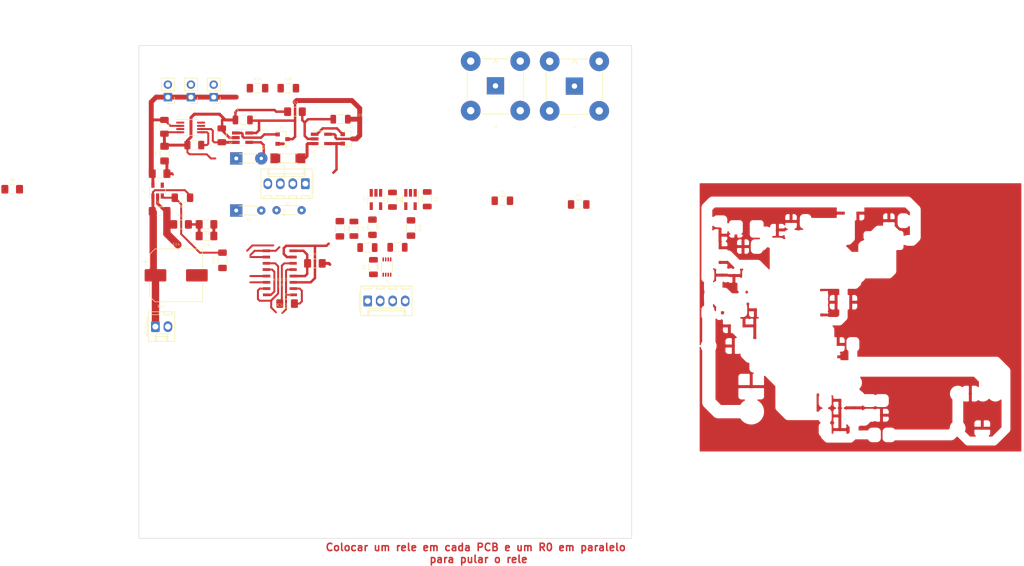
<source format=kicad_pcb>
(kicad_pcb (version 20211014) (generator pcbnew)
  (layers (0 "F.Cu" signal) (31 "B.Cu" signal) (34 "B.Paste" user) (35 "F.Paste" user) (36 "B.SilkS" user "B.Silkscreen") (37 "F.SilkS" user "F.Silkscreen") (38 "B.Mask" user) (39 "F.Mask" user) (44 "Edge.Cuts" user))
  (net 0 "")
  (net 1 "GNDA")
  (net 2 "Net-(Q1-Pad1)")
  (net 3 "Net-(Q2-Pad1)")
  (net 4 "+5V")
  (net 5 "Net-(C12-Pad2)")
  (net 6 "+2V5")
  (net 11 "/5V_BRIDGE")
  (net 13 "/PWR_IN")
  (net 14 "A0.0+")
  (net 15 "A0.0-")
  (net 16 "+5VA")
  (net 17 "U_D")
  (net 18 "Net-(C7-Pad1)")
  (net 19 "Net-(C7-Pad2)")
  (net 20 "/5V_ADC")
  (net 21 "GNDD")
  (net 22 "Net-(J1-Pad1)")
  (net 24 "Net-(J2-Pad1)")
  (net 25 "Net-(R14-Pad1)")
  (net 26 "Net-(R15-Pad1)")
  (net 27 "/~{INC}")
  (net 28 "/U{slash}~{D}")
  (net 29 "/~{CS}")
  (net 30 "/SCLK")
  (net 31 "/SDO")
  (net 32 "/CS")
  (net 33 "/5V_RELAY")
  (net 34 "/T1")
  (net 35 "/RTD_UP")
  (net 36 "/T2")
  (net 37 "/5V_EN")
  (net 38 "Net-(R7-Pad2)")
  (net 39 "/Vh_Rh")
  (footprint "Package_TO_SOT_SMD:SOT-23" (layer "F.Cu") (at 114.554 105.2068)
    (fp_text reference "Q2" (at 0.766 -2.516 180) (layer "F.SilkS") (effects (font (size 0.5 0.5) (thickness 0.05))))
    (fp_text value "BC846")
    (pad "1" smd rect locked (at -1 -0.95) (size 0.9 0.8) (layers "F.Cu" "F.Paste" "F.Mask") (net 3 "Net-(Q2-Pad1)"))
    (pad "2" smd rect locked (at -1 0.95) (size 0.9 0.8) (layers "F.Cu" "F.Paste" "F.Mask") (net 39 "/Vh_Rh"))
    (pad "3" smd rect locked (at 1 0) (size 0.9 0.8) (layers "F.Cu" "F.Paste" "F.Mask") (net 11 "/5V_BRIDGE"))
  )
  (footprint "Resistor_THT:R_Axial_DIN0204_L3.6mm_D1.6mm_P5.08mm_Horizontal" (layer "F.Cu") (at 97.03 109.1708 180)
    (fp_text reference "R2" (at -0.44 2.24 270) (layer "F.SilkS") (effects (font (size 0.5 0.5) (thickness 0.05))))
    (fp_text value "120")
    (pad "1" thru_hole circle locked (at 0 0 180) (size 2.5 2.5) (drill 0.7) (layers *.Cu *.Mask) (net 15 "A0.0-"))
    (pad "2" thru_hole rect locked (at 5.08 0 180) (size 2.5 2.5) (drill 0.8) (layers *.Cu *.Mask) (net 1 "GNDA"))
  )
  (footprint "Resistor_THT:R_Axial_DIN0204_L3.6mm_D1.6mm_P5.08mm_Horizontal" (layer "F.Cu") (at 97.0268 119.7356 180)
    (fp_text reference "R3" (at 2.54 -1.92) (layer "F.SilkS") (effects (font (size 0.5 0.5) (thickness 0.05))))
    (fp_text value "120")
    (pad "1" thru_hole circle locked (at 0 0 180) (size 1.7 1.7) (drill 0.7) (layers *.Cu *.Mask) (net 14 "A0.0+"))
    (pad "2" thru_hole rect locked (at 5.08 0 180) (size 2.5 2.5) (drill 0.8) (layers *.Cu "B.Mask") (net 1 "GNDA"))
  )
  (footprint "Package_TO_SOT_SMD:SOT-23-5_HandSoldering" (layer "F.Cu") (at 109.22 105.2068)
    (fp_text reference "U5" (at -1.54178 2.58318) (layer "F.SilkS") (effects (font (size 0.5 0.5) (thickness 0.05))))
    (fp_text value "OPA192")
    (pad "1" smd rect locked (at -1.35 -0.95) (size 1.56 0.65) (layers "F.Cu" "F.Paste" "F.Mask") (net 3 "Net-(Q2-Pad1)"))
    (pad "2" smd rect locked (at -1.35 0) (size 1.56 0.65) (layers "F.Cu" "F.Paste" "F.Mask") (net 1 "GNDA"))
    (pad "3" smd rect locked (at -1.35 0.95) (size 1.56 0.65) (layers "F.Cu" "F.Paste" "F.Mask") (net 35 "/RTD_UP"))
    (pad "4" smd rect locked (at 1.35 0.95) (size 1.56 0.65) (layers "F.Cu" "F.Paste" "F.Mask") (net 39 "/Vh_Rh"))
    (pad "5" smd rect locked (at 1.35 -0.95) (size 1.56 0.65) (layers "F.Cu" "F.Paste" "F.Mask") (net 11 "/5V_BRIDGE"))
  )
  (footprint "Package_TO_SOT_SMD:SOT-23-5_HandSoldering" (layer "F.Cu") (at 93.218 104.9528)
    (fp_text reference "U1" (at 4.542 -1.622) (layer "F.SilkS") (effects (font (size 0.5 0.5) (thickness 0.05))))
    (fp_text value "OPA192")
    (pad "1" smd rect locked (at -1.35 -0.95) (size 1.56 0.65) (layers "F.Cu" "F.Paste" "F.Mask") (net 2 "Net-(Q1-Pad1)"))
    (pad "2" smd rect locked (at -1.35 0) (size 1.56 0.65) (layers "F.Cu" "F.Paste" "F.Mask") (net 1 "GNDA"))
    (pad "3" smd rect locked (at -1.35 0.95) (size 1.56 0.65) (layers "F.Cu" "F.Paste" "F.Mask") (net 6 "+2V5"))
    (pad "4" smd rect locked (at 1.35 0.95) (size 1.56 0.65) (layers "F.Cu" "F.Paste" "F.Mask") (net 15 "A0.0-"))
    (pad "5" smd rect locked (at 1.35 -0.95) (size 1.56 0.65) (layers "F.Cu" "F.Paste" "F.Mask") (net 11 "/5V_BRIDGE"))
  )
  (footprint "Capacitor_SMD:C_1206_3216Metric" (layer "F.Cu") (at 77.37 102.7508 90)
    (fp_text reference "C11" (at 0.09 -1.86 90) (layer "F.SilkS") (effects (font (size 0.5 0.5) (thickness 0.05))))
    (fp_text value "0.1u")
    (pad "1" smd roundrect locked (at -1.4 0 90) (size 1.25 1.75) (layers "F.Cu" "F.Paste" "F.Mask") (roundrect_rratio 0.2) (net 1 "GNDA"))
    (pad "2" smd roundrect locked (at 1.4 0 90) (size 1.25 1.75) (layers "F.Cu" "F.Paste" "F.Mask") (roundrect_rratio 0.2) (net 4 "+5V"))
  )
  (footprint "Capacitor_SMD:C_1206_3216Metric" (layer "F.Cu") (at 83.44 106.4608)
    (fp_text reference "C12" (at 3.92 0.03) (layer "F.SilkS") (effects (font (size 0.5 0.5) (thickness 0.05))))
    (fp_text value "1uF")
    (pad "1" smd roundrect locked (at -1.4 0) (size 1.25 1.75) (layers "F.Cu" "F.Paste" "F.Mask") (roundrect_rratio 0.2) (net 1 "GNDA"))
    (pad "2" smd roundrect locked (at 1.4 0) (size 1.25 1.75) (layers "F.Cu" "F.Paste" "F.Mask") (roundrect_rratio 0.2) (net 5 "Net-(C12-Pad2)"))
  )
  (footprint "Resistor_THT:R_Axial_DIN0204_L3.6mm_D1.6mm_P5.08mm_Horizontal" (layer "F.Cu") (at 99.88 109.1408)
    (fp_text reference "Rsens1" (at 1.82 2.46 270) (layer "F.SilkS") (effects (font (size 0.5 0.5) (thickness 0.05))))
    (fp_text value "4.804")
    (pad "1" smd rect locked (at 0 0) (size 2 2) (layers "F.Cu" "F.Paste" "F.Mask") (net 15 "A0.0-"))
    (pad "2" smd rect locked (at 5.08 0) (size 2 2) (layers "F.Cu" "F.Paste" "F.Mask") (net 35 "/RTD_UP"))
  )
  (footprint "Package_TO_SOT_SMD:SOT-23" (layer "F.Cu") (at 101.34 105.2508)
    (fp_text reference "Q1" (at -0.06 -2.44) (layer "F.SilkS") (effects (font (size 0.5 0.5) (thickness 0.05))))
    (fp_text value "BC846")
    (pad "1" smd rect locked (at -1 -0.95) (size 0.9 0.8) (layers "F.Cu" "F.Paste" "F.Mask") (net 2 "Net-(Q1-Pad1)"))
    (pad "2" smd rect locked (at -1 0.95) (size 0.9 0.8) (layers "F.Cu" "F.Paste" "F.Mask") (net 35 "/RTD_UP"))
    (pad "3" smd rect locked (at 1 0) (size 0.9 0.8) (layers "F.Cu" "F.Paste" "F.Mask") (net 11 "/5V_BRIDGE"))
  )
  (footprint "Capacitor_SMD:C_1206_3216Metric" (layer "F.Cu") (at 113.11 101.2108)
    (fp_text reference "C10" (at 3.7877 -0.84566) (layer "F.SilkS") (effects (font (size 0.5 0.5) (thickness 0.05))))
    (fp_text value "0.1u")
    (pad "1" smd roundrect locked (at -1.475 0) (size 1.15 1.8) (layers "F.Cu" "F.Paste" "F.Mask") (roundrect_rratio 0.217391) (net 1 "GNDA"))
    (pad "2" smd roundrect locked (at 1.475 0) (size 1.15 1.8) (layers "F.Cu" "F.Paste" "F.Mask") (roundrect_rratio 0.217391) (net 11 "/5V_BRIDGE"))
  )
  (footprint "Resistor_THT:R_Axial_DIN0204_L3.6mm_D1.6mm_P5.08mm_Horizontal" (layer "F.Cu") (at 100.1268 119.6856)
    (fp_text reference "R12" (at 1.6 0.48 270) (layer "F.SilkS") (effects (font (size 0.5 0.5) (thickness 0.05))))
    (fp_text value "4.872")
    (pad "1" thru_hole circle locked (at 0 0) (size 1.7 1.7) (drill 0.7) (layers *.Cu *.Mask) (net 14 "A0.0+"))
    (pad "2" thru_hole oval locked (at 5.08 0) (size 1.7 1.7) (drill 0.7) (layers *.Cu *.Mask) (net 39 "/Vh_Rh"))
  )
  (footprint "Capacitor_SMD:C_1206_3216Metric" (layer "F.Cu") (at 89.01 104.4808 -90)
    (fp_text reference "C15" (at 0.95 -1.84 90) (layer "F.SilkS") (effects (font (size 0.5 0.5) (thickness 0.05))))
    (fp_text value "1uF")
    (pad "1" smd roundrect locked (at -1.4 0 270) (size 1.25 1.75) (layers "F.Cu" "F.Paste" "F.Mask") (roundrect_rratio 0.2) (net 1 "GNDA"))
    (pad "2" smd roundrect locked (at 1.4 0 270) (size 1.25 1.75) (layers "F.Cu" "F.Paste" "F.Mask") (roundrect_rratio 0.2) (net 6 "+2V5"))
  )
  (footprint "Package_SO:MSOP-8_3x3mm_P0.65mm" (layer "F.Cu") (at 82.7 102.8808)
    (fp_text reference "U2" (at -2.28 -2.55) (layer "F.SilkS") (effects (font (size 0.5 0.5) (thickness 0.05))))
    (fp_text value "REF5025")
    (pad "1" smd roundrect locked (at -2.1125 -0.975) (size 1.625 0.4) (layers "F.Cu" "F.Paste" "F.Mask"))
    (pad "2" smd roundrect locked (at -2.1125 -0.325) (size 1.625 0.4) (layers "F.Cu" "F.Paste" "F.Mask") (net 4 "+5V"))
    (pad "3" smd roundrect locked (at -2.1125 0.325) (size 1.625 0.4) (layers "F.Cu" "F.Paste" "F.Mask"))
    (pad "4" smd roundrect locked (at -2.1125 0.975) (size 1.625 0.4) (layers "F.Cu" "F.Paste" "F.Mask") (net 1 "GNDA"))
    (pad "5" smd roundrect locked (at 2.1125 0.975) (size 1.625 0.4) (layers "F.Cu" "F.Paste" "F.Mask") (net 5 "Net-(C12-Pad2)"))
    (pad "6" smd roundrect locked (at 2.1125 0.325) (size 1.625 0.4) (layers "F.Cu" "F.Paste" "F.Mask") (net 6 "+2V5"))
    (pad "7" smd roundrect locked (at 2.1125 -0.325) (size 1.625 0.4) (layers "F.Cu" "F.Paste" "F.Mask"))
    (pad "8" smd roundrect locked (at 2.1125 -0.975) (size 1.625 0.4) (layers "F.Cu" "F.Paste" "F.Mask"))
  )
  (footprint "Capacitor_SMD:CP_Elec_10x14.3" (layer "F.Cu") (at 79.756 132.8928)
    (fp_text reference "C14" (at 0 -6.3) (layer "F.SilkS") (effects (font (size 0.5 0.5) (thickness 0.05))))
    (fp_text value "470uF")
    (pad "1" smd roundrect (at -4.2 0) (size 4.4 2.5) (layers "F.Cu" "F.Paste" "F.Mask") (roundrect_rratio 0.1) (net 13 "/PWR_IN"))
    (pad "2" smd roundrect (at 4.2 0) (size 4.4 2.5) (layers "F.Cu" "F.Paste" "F.Mask") (roundrect_rratio 0.1) (net 1 "GNDA"))
  )
  (footprint "Capacitor_SMD:C_1206_3216Metric" (layer "F.Cu") (at 93.26 101.3608)
    (fp_text reference "C5" (at -1.27 -1.92) (layer "F.SilkS") (effects (font (size 0.5 0.5) (thickness 0.05))))
    (fp_text value "0.1u")
    (pad "1" smd roundrect locked (at -1.475 0) (size 1.15 1.8) (layers "F.Cu" "F.Paste" "F.Mask") (roundrect_rratio 0.217391) (net 1 "GNDA"))
    (pad "2" smd roundrect locked (at 1.475 0) (size 1.15 1.8) (layers "F.Cu" "F.Paste" "F.Mask") (roundrect_rratio 0.217391) (net 11 "/5V_BRIDGE"))
  )
  (footprint "Capacitor_SMD:C_1206_3216Metric_Pad1.42x1.75mm_HandSolder" (layer "F.Cu") (at 76.39 119.8908)
    (fp_text reference "C2" (at 0 -1.82) (layer "F.SilkS") (effects (font (size 0.5 0.5) (thickness 0.05))))
    (fp_text value "4.7 uF")
    (pad "1" smd roundrect locked (at -1.4875 0) (size 1.425 1.75) (layers "F.Cu" "F.Paste" "F.Mask") (roundrect_rratio 0.175439) (net 13 "/PWR_IN"))
    (pad "2" smd roundrect locked (at 1.4875 0) (size 1.425 1.75) (layers "F.Cu" "F.Paste" "F.Mask") (roundrect_rratio 0.175439) (net 1 "GNDA"))
  )
  (footprint "Capacitor_SMD:C_1206_3216Metric_Pad1.42x1.75mm_HandSolder" (layer "F.Cu") (at 76.39 112.2608)
    (fp_text reference "C4" (at 0 -1.82) (layer "F.SilkS") (effects (font (size 0.5 0.5) (thickness 0.05))))
    (fp_text value "4.7 uF")
    (pad "1" smd roundrect locked (at -1.4875 0) (size 1.425 1.75) (layers "F.Cu" "F.Paste" "F.Mask") (roundrect_rratio 0.175439) (net 4 "+5V"))
    (pad "2" smd roundrect locked (at 1.4875 0) (size 1.425 1.75) (layers "F.Cu" "F.Paste" "F.Mask") (roundrect_rratio 0.175439) (net 1 "GNDA"))
  )
  (footprint "Package_TO_SOT_SMD:SOT-23-5" (layer "F.Cu") (at 75.99 115.7008 90)
    (fp_text reference "U3" (at 0 -2.9 90) (layer "F.SilkS") (effects (font (size 0.5 0.5) (thickness 0.05))))
    (fp_text value "TPS70950")
    (pad "1" smd rect locked (at -1.1 -0.95 90) (size 1.06 0.65) (layers "F.Cu" "F.Paste" "F.Mask") (net 13 "/PWR_IN"))
    (pad "2" smd rect locked (at -1.1 0 90) (size 1.06 0.65) (layers "F.Cu" "F.Paste" "F.Mask") (net 1 "GNDA"))
    (pad "3" smd rect locked (at -1.1 0.95 90) (size 1.06 0.65) (layers "F.Cu" "F.Paste" "F.Mask") (net 38 "Net-(R7-Pad2)"))
    (pad "4" smd rect locked (at 1.1 0.95 90) (size 1.06 0.65) (layers "F.Cu" "F.Paste" "F.Mask"))
    (pad "5" smd rect locked (at 1.1 -0.95 90) (size 1.06 0.65) (layers "F.Cu" "F.Paste" "F.Mask") (net 4 "+5V"))
  )
  (footprint "Biblioteca_Flavio:X9C102" (layer "F.Cu") (at 100.7676 129.816 180)
    (fp_text reference "U7" (at -0.11684 -5.18668) (layer "F.SilkS") (effects (font (size 0.5 0.5) (thickness 0.05))))
    (fp_text value "X9C102" (at -0.03048 -3.95986) (layer "F.SilkS") (effects (font (size 0.5 0.5) (thickness 0.05))))
    (pad "1" smd rect locked (at -2.7051 -1.905 180) (size 1.4986 0.5588) (layers "F.Cu" "F.Paste" "F.Mask") (net 27 "/~{INC}"))
    (pad "2" smd rect locked (at -2.7051 -0.635 180) (size 1.4986 0.5588) (layers "F.Cu" "F.Paste" "F.Mask") (net 28 "/U{slash}~{D}"))
    (pad "3" smd rect locked (at -2.7051 0.635 180) (size 1.4986 0.5588) (layers "F.Cu" "F.Paste" "F.Mask") (net 39 "/Vh_Rh"))
    (pad "4" smd rect locked (at -2.7051 1.905 180) (size 1.4986 0.5588) (layers "F.Cu" "F.Paste" "F.Mask") (net 21 "GNDD"))
    (pad "5" smd rect locked (at 2.7051 1.905 180) (size 1.4986 0.5588) (layers "F.Cu" "F.Paste" "F.Mask") (net 14 "A0.0+"))
    (pad "6" smd rect locked (at 2.7051 0.635 180) (size 1.4986 0.5588) (layers "F.Cu" "F.Paste" "F.Mask") (net 14 "A0.0+"))
    (pad "7" smd rect locked (at 2.7051 -0.635 180) (size 1.4986 0.5588) (layers "F.Cu" "F.Paste" "F.Mask") (net 29 "/~{CS}"))
    (pad "8" smd rect locked (at 2.7051 -1.905 180) (size 1.4986 0.5588) (layers "F.Cu" "F.Paste" "F.Mask") (net 20 "/5V_ADC"))
  )
  (footprint "Capacitor_SMD:C_1206_3216Metric_Pad1.42x1.75mm_HandSolder" (layer "F.Cu") (at 85.91 122.5508 180)
    (fp_text reference "C16" (at 0 -1.82) (layer "F.SilkS") (effects (font (size 0.5 0.5) (thickness 0.05))))
    (fp_text value "4.7 uF")
    (pad "1" smd roundrect locked (at -1.4875 0 180) (size 1.425 1.75) (layers "F.Cu" "F.Paste" "F.Mask") (roundrect_rratio 0.175439) (net 20 "/5V_ADC"))
    (pad "2" smd roundrect locked (at 1.4875 0 180) (size 1.425 1.75) (layers "F.Cu" "F.Paste" "F.Mask") (roundrect_rratio 0.175439) (net 21 "GNDD"))
  )
  (footprint "Biblioteca_Flavio:X9C102" (layer "F.Cu") (at 100.8176 134.946 180)
    (fp_text reference "U8" (at -0.11684 -5.18668) (layer "F.SilkS") (effects (font (size 0.5 0.5) (thickness 0.05))))
    (fp_text value "X9C102" (at -0.03048 -3.95986) (layer "F.SilkS") (effects (font (size 0.5 0.5) (thickness 0.05))))
    (pad "1" smd rect locked (at -2.7051 -1.905 180) (size 1.4986 0.5588) (layers "F.Cu" "F.Paste" "F.Mask") (net 27 "/~{INC}"))
    (pad "2" smd rect locked (at -2.7051 -0.635 180) (size 1.4986 0.5588) (layers "F.Cu" "F.Paste" "F.Mask") (net 28 "/U{slash}~{D}"))
    (pad "3" smd rect locked (at -2.7051 0.635 180) (size 1.4986 0.5588) (layers "F.Cu" "F.Paste" "F.Mask") (net 39 "/Vh_Rh"))
    (pad "4" smd rect locked (at -2.7051 1.905 180) (size 1.4986 0.5588) (layers "F.Cu" "F.Paste" "F.Mask") (net 21 "GNDD"))
    (pad "5" smd rect locked (at 2.7051 1.905 180) (size 1.4986 0.5588) (layers "F.Cu" "F.Paste" "F.Mask") (net 14 "A0.0+"))
    (pad "6" smd rect locked (at 2.7051 0.635 180) (size 1.4986 0.5588) (layers "F.Cu" "F.Paste" "F.Mask") (net 14 "A0.0+"))
    (pad "7" smd rect locked (at 2.7051 -0.635 180) (size 1.4986 0.5588) (layers "F.Cu" "F.Paste" "F.Mask") (net 29 "/~{CS}"))
    (pad "8" smd rect locked (at 2.7051 -1.905 180) (size 1.4986 0.5588) (layers "F.Cu" "F.Paste" "F.Mask") (net 20 "/5V_ADC"))
  )
  (footprint "Resistor_SMD:R_1206_3216Metric_Pad1.42x1.75mm_HandSolder" (layer "F.Cu") (at 102.2676 138.626)
    (fp_text reference "R10" (at 0 -1.82) (layer "F.SilkS") (effects (font (size 0.5 0.5) (thickness 0.05))))
    (fp_text value "0")
    (pad "1" smd roundrect locked (at -1.4875 0) (size 1.425 1.75) (layers "F.Cu" "F.Paste" "F.Mask") (roundrect_rratio 0.175439) (net 17 "U_D"))
    (pad "2" smd roundrect locked (at 1.4875 0) (size 1.425 1.75) (layers "F.Cu" "F.Paste" "F.Mask") (roundrect_rratio 0.175439) (net 17 "U_D"))
  )
  (footprint "Resistor_SMD:R_1206_3216Metric_Pad1.42x1.75mm_HandSolder" (layer "F.Cu") (at 107.9076 130.466)
    (fp_text reference "R5" (at 0 -1.82) (layer "F.SilkS") (effects (font (size 0.5 0.5) (thickness 0.05))))
    (fp_text value "0")
    (pad "1" smd roundrect locked (at -1.4875 0) (size 1.425 1.75) (layers "F.Cu" "F.Paste" "F.Mask") (roundrect_rratio 0.175439) (net 1 "GNDA"))
    (pad "2" smd roundrect locked (at 1.4875 0) (size 1.425 1.75) (layers "F.Cu" "F.Paste" "F.Mask") (roundrect_rratio 0.175439) (net 1 "GNDA"))
  )
  (footprint "Resistor_SMD:R_1206_3216Metric_Pad1.42x1.75mm_HandSolder" (layer "F.Cu") (at 46.482 115.4176)
    (fp_text reference "R8" (at 0 -1.82) (layer "F.SilkS") (effects (font (size 0.5 0.5) (thickness 0.05))))
    (fp_text value "0")
    (pad "1" smd roundrect locked (at -1.4875 0) (size 1.425 1.75) (layers "F.Cu" "F.Paste" "F.Mask") (roundrect_rratio 0.175439) (net 4 "+5V"))
    (pad "2" smd roundrect locked (at 1.4875 0) (size 1.425 1.75) (layers "F.Cu" "F.Paste" "F.Mask") (roundrect_rratio 0.175439) (net 4 "+5V"))
  )
  (footprint "Resistor_SMD:R_1206_3216Metric_Pad1.42x1.75mm_HandSolder" (layer "F.Cu") (at 77.4 108.1908 90)
    (fp_text reference "R6" (at 0 -1.82 90) (layer "F.SilkS") (effects (font (size 0.5 0.5) (thickness 0.05))))
    (fp_text value "0")
    (pad "1" smd roundrect locked (at -1.4875 0 90) (size 1.425 1.75) (layers "F.Cu" "F.Paste" "F.Mask") (roundrect_rratio 0.175439) (net 1 "GNDA"))
    (pad "2" smd roundrect locked (at 1.4875 0 90) (size 1.425 1.75) (layers "F.Cu" "F.Paste" "F.Mask") (roundrect_rratio 0.175439) (net 1 "GNDA"))
  )
  (footprint "Capacitor_SMD:C_1206_3216Metric_Pad1.42x1.75mm_HandSolder" (layer "F.Cu") (at 85.91 124.9108 180)
    (fp_text reference "C18" (at 0 -1.82) (layer "F.SilkS") (effects (font (size 0.5 0.5) (thickness 0.05))))
    (fp_text value "4.7 uF")
    (pad "1" smd roundrect locked (at -1.4875 0 180) (size 1.425 1.75) (layers "F.Cu" "F.Paste" "F.Mask") (roundrect_rratio 0.175439) (net 20 "/5V_ADC"))
    (pad "2" smd roundrect locked (at 1.4875 0 180) (size 1.425 1.75) (layers "F.Cu" "F.Paste" "F.Mask") (roundrect_rratio 0.175439) (net 21 "GNDD"))
  )
  (footprint "Resistor_SMD:R_1206_3216Metric_Pad1.42x1.75mm_HandSolder" (layer "F.Cu") (at 103.86 99.6808)
    (fp_text reference "R11" (at 0 -1.82) (layer "F.SilkS") (effects (font (size 0.5 0.5) (thickness 0.05))))
    (fp_text value "0")
    (pad "1" smd roundrect locked (at -1.4875 0) (size 1.425 1.75) (layers "F.Cu" "F.Paste" "F.Mask") (roundrect_rratio 0.175439) (net 1 "GNDA"))
    (pad "2" smd roundrect locked (at 1.4875 0) (size 1.425 1.75) (layers "F.Cu" "F.Paste" "F.Mask") (roundrect_rratio 0.175439) (net 1 "GNDA"))
  )
  (footprint "Resistor_SMD:R_1206_3216Metric_Pad1.42x1.75mm_HandSolder" (layer "F.Cu") (at 80.7525 122.5608)
    (fp_text reference "R13" (at 0 -1.82) (layer "F.SilkS") (effects (font (size 0.5 0.5) (thickness 0.05))))
    (fp_text value "0")
    (pad "1" smd roundrect locked (at -1.4875 0) (size 1.425 1.75) (layers "F.Cu" "F.Paste" "F.Mask") (roundrect_rratio 0.175439) (net 1 "GNDA"))
    (pad "2" smd roundrect locked (at 1.4875 0) (size 1.425 1.75) (layers "F.Cu" "F.Paste" "F.Mask") (roundrect_rratio 0.175439) (net 1 "GNDA"))
  )
  (footprint "Resistor_SMD:R_1206_3216Metric_Pad1.30x1.75mm_HandSolder" (layer "F.Cu") (at 119.5832 123.1392 -90)
    (fp_text reference "R14" (at -0.3048 -1.3716 90) (layer "F.SilkS") (effects (font (size 0.5 0.5) (thickness 0.05))))
    (fp_text value "120")
    (pad "1" smd roundrect (at -1.55 0 270) (size 1.3 1.75) (layers "F.Cu" "F.Paste" "F.Mask") (roundrect_rratio 0.192308) (net 25 "Net-(R14-Pad1)"))
    (pad "2" smd roundrect (at 1.55 0 270) (size 1.3 1.75) (layers "F.Cu" "F.Paste" "F.Mask") (roundrect_rratio 0.192308) (net 19 "Net-(C7-Pad2)"))
  )
  (footprint "Capacitor_SMD:C_1206_3216Metric" (layer "F.Cu") (at 130.7084 117.4496 -90)
    (fp_text reference "C3" (at 0 -1.85 90) (layer "F.SilkS") (effects (font (size 0.5 0.5) (thickness 0.05))))
    (fp_text value "0.1u")
    (pad "1" smd roundrect (at -1.475 0 270) (size 1.15 1.8) (layers "F.Cu" "F.Paste" "F.Mask") (roundrect_rratio 0.217391) (net 1 "GNDA"))
    (pad "2" smd roundrect (at 1.475 0 270) (size 1.15 1.8) (layers "F.Cu" "F.Paste" "F.Mask") (roundrect_rratio 0.217391) (net 11 "/5V_BRIDGE"))
  )
  (footprint "Connector_Molex:Molex_KK-254_AE-6410-04A_1x04_P2.54mm_Vertical" (layer "F.Cu") (at 105.9688 114.3 180)
    (fp_text reference "J9" (at 3.81 -4.12) (layer "F.SilkS") (effects (font (size 0.5 0.5) (thickness 0.05))))
    (fp_text value "Sensor")
    (pad "1" thru_hole roundrect (at 0 0 180) (size 1.74 2.19) (drill 1.19) (layers *.Cu *.Mask) (roundrect_rratio 0.143678) (net 34 "/T1"))
    (pad "2" thru_hole oval (at 2.54 0 180) (size 1.74 2.19) (drill 1.19) (layers *.Cu *.Mask) (net 35 "/RTD_UP"))
    (pad "3" thru_hole oval (at 5.08 0 180) (size 1.74 2.19) (drill 1.19) (layers *.Cu *.Mask) (net 36 "/T2"))
    (pad "4" thru_hole oval (at 7.62 0 180) (size 1.74 2.19) (drill 1.19) (layers *.Cu *.Mask) (net 15 "A0.0-"))
  )
  (footprint "Capacitor_SMD:C_1206_3216Metric" (layer "F.Cu") (at 118.5672 127.254)
    (fp_text reference "C8" (at 0 -1.85) (layer "F.SilkS") (effects (font (size 0.5 0.5) (thickness 0.05))))
    (fp_text value "0.1u")
    (pad "1" smd roundrect (at -1.475 0) (size 1.15 1.8) (layers "F.Cu" "F.Paste" "F.Mask") (roundrect_rratio 0.217391) (net 1 "GNDA"))
    (pad "2" smd roundrect (at 1.475 0) (size 1.15 1.8) (layers "F.Cu" "F.Paste" "F.Mask") (roundrect_rratio 0.217391) (net 16 "+5VA"))
  )
  (footprint "Package_TO_SOT_SMD:SOT-23-5_HandSoldering" (layer "F.Cu") (at 127.3048 117.5004 -90)
    (fp_text reference "U6" (at 0 2.1336 90) (layer "F.SilkS") (effects (font (size 0.5 0.5) (thickness 0.05))))
    (fp_text value "OPA192")
    (pad "1" smd rect (at -1.35 -0.95 270) (size 1.56 0.65) (layers "F.Cu" "F.Paste" "F.Mask") (net 26 "Net-(R15-Pad1)"))
    (pad "2" smd rect (at -1.35 0 270) (size 1.56 0.65) (layers "F.Cu" "F.Paste" "F.Mask") (net 1 "GNDA"))
    (pad "3" smd rect (at -1.35 0.95 270) (size 1.56 0.65) (layers "F.Cu" "F.Paste" "F.Mask") (net 15 "A0.0-"))
    (pad "4" smd rect (at 1.35 0.95 270) (size 1.56 0.65) (layers "F.Cu" "F.Paste" "F.Mask") (net 26 "Net-(R15-Pad1)"))
    (pad "5" smd rect (at 1.35 -0.95 270) (size 1.56 0.65) (layers "F.Cu" "F.Paste" "F.Mask") (net 11 "/5V_BRIDGE"))
  )
  (footprint "Package_SO:VSSOP-8_2.3x2mm_P0.5mm" (layer "F.Cu") (at 122.5296 131.2164 90)
    (fp_text reference "U9" (at 0 -2 90) (layer "F.SilkS") (effects (font (size 0.5 0.5) (thickness 0.05))))
    (fp_text value "ADS7044xDCU")
    (pad "1" smd rect (at -1.55 -0.75) (size 0.3 0.8) (layers "F.Cu" "F.Paste" "F.Mask") (net 20 "/5V_ADC"))
    (pad "2" smd rect (at -1.55 -0.25) (size 0.3 0.8) (layers "F.Cu" "F.Paste" "F.Mask") (net 30 "/SCLK"))
    (pad "3" smd rect (at -1.55 0.25) (size 0.3 0.8) (layers "F.Cu" "F.Paste" "F.Mask") (net 31 "/SDO"))
    (pad "4" smd rect (at -1.55 0.75) (size 0.3 0.8) (layers "F.Cu" "F.Paste" "F.Mask") (net 32 "/CS"))
    (pad "5" smd rect (at 1.55 0.75) (size 0.3 0.8) (layers "F.Cu" "F.Paste" "F.Mask") (net 18 "Net-(C7-Pad1)"))
    (pad "6" smd rect (at 1.55 0.25) (size 0.3 0.8) (layers "F.Cu" "F.Paste" "F.Mask") (net 19 "Net-(C7-Pad2)"))
    (pad "7" smd rect (at 1.55 -0.25) (size 0.3 0.8) (layers "F.Cu" "F.Paste" "F.Mask") (net 16 "+5VA"))
    (pad "8" smd rect (at 1.55 -0.75) (size 0.3 0.8) (layers "F.Cu" "F.Paste" "F.Mask") (net 1 "GNDA"))
  )
  (footprint "Resistor_SMD:R_1206_3216Metric_Pad1.30x1.75mm_HandSolder" (layer "F.Cu") (at 96.266 94.9144)
    (fp_text reference "R19" (at 0 -1.82) (layer "F.SilkS") (effects (font (size 0.5 0.5) (thickness 0.05))))
    (fp_text value "0")
    (pad "1" smd roundrect (at -1.55 0) (size 1.3 1.75) (layers "F.Cu" "F.Paste" "F.Mask") (roundrect_rratio 0.192308) (net 15 "A0.0-"))
    (pad "2" smd roundrect (at 1.55 0) (size 1.3 1.75) (layers "F.Cu" "F.Paste" "F.Mask") (roundrect_rratio 0.192308) (net 36 "/T2"))
  )
  (footprint "Resistor_SMD:R_1206_3216Metric_Pad1.30x1.75mm_HandSolder" (layer "F.Cu") (at 81.026 117.1448 180)
    (fp_text reference "R7" (at 0 -1.82) (layer "F.SilkS") (effects (font (size 0.5 0.5) (thickness 0.05))))
    (fp_text value "R0")
    (pad "1" smd roundrect (at -1.55 0 180) (size 1.3 1.75) (layers "F.Cu" "F.Paste" "F.Mask") (roundrect_rratio 0.192308) (net 13 "/PWR_IN"))
    (pad "2" smd roundrect (at 1.55 0 180) (size 1.3 1.75) (layers "F.Cu" "F.Paste" "F.Mask") (roundrect_rratio 0.192308) (net 38 "Net-(R7-Pad2)"))
  )
  (footprint "Resistor_SMD:R_1206_3216Metric_Pad1.30x1.75mm_HandSolder" (layer "F.Cu") (at 145.9484 117.7544)
    (fp_text reference "R1" (at 0 -1.82) (layer "F.SilkS") (effects (font (size 0.5 0.5) (thickness 0.05))))
    (fp_text value "0")
    (pad "1" smd roundrect (at -1.55 0) (size 1.3 1.75) (layers "F.Cu" "F.Paste" "F.Mask") (roundrect_rratio 0.192308) (net 22 "Net-(J1-Pad1)"))
    (pad "2" smd roundrect (at 1.55 0) (size 1.3 1.75) (layers "F.Cu" "F.Paste" "F.Mask") (roundrect_rratio 0.192308) (net 14 "A0.0+"))
  )
  (footprint "Capacitor_SMD:C_1206_3216Metric" (layer "F.Cu") (at 115.824 123.444 -90)
    (fp_text reference "C6" (at 0 -1.85 90) (layer "F.SilkS") (effects (font (size 0.5 0.5) (thickness 0.05))))
    (fp_text value "0.1u")
    (pad "1" smd roundrect (at -1.475 0 270) (size 1.15 1.8) (layers "F.Cu" "F.Paste" "F.Mask") (roundrect_rratio 0.217391) (net 1 "GNDA"))
    (pad "2" smd roundrect (at 1.475 0 270) (size 1.15 1.8) (layers "F.Cu" "F.Paste" "F.Mask") (roundrect_rratio 0.217391) (net 16 "+5VA"))
  )
  (footprint "Package_TO_SOT_SMD:SOT-23-5_HandSoldering" (layer "F.Cu") (at 120.2944 117.5004 -90)
    (fp_text reference "U4" (at -0.1524 2.3368 90) (layer "F.SilkS") (effects (font (size 0.5 0.5) (thickness 0.05))))
    (fp_text value "OPA192")
    (pad "1" smd rect (at -1.35 -0.95 270) (size 1.56 0.65) (layers "F.Cu" "F.Paste" "F.Mask") (net 25 "Net-(R14-Pad1)"))
    (pad "2" smd rect (at -1.35 0 270) (size 1.56 0.65) (layers "F.Cu" "F.Paste" "F.Mask") (net 1 "GNDA"))
    (pad "3" smd rect (at -1.35 0.95 270) (size 1.56 0.65) (layers "F.Cu" "F.Paste" "F.Mask") (net 14 "A0.0+"))
    (pad "4" smd rect (at 1.35 0.95 270) (size 1.56 0.65) (layers "F.Cu" "F.Paste" "F.Mask") (net 25 "Net-(R14-Pad1)"))
    (pad "5" smd rect (at 1.35 -0.95 270) (size 1.56 0.65) (layers "F.Cu" "F.Paste" "F.Mask") (net 11 "/5V_BRIDGE"))
  )
  (footprint "Connector_Molex:Molex_KK-254_AE-6410-04A_1x04_P2.54mm_Vertical" (layer "F.Cu") (at 118.618 138.0944)
    (fp_text reference "J6" (at 3.81 -4.12) (layer "F.SilkS") (effects (font (size 0.5 0.5) (thickness 0.05))))
    (fp_text value "SPI")
    (pad "1" thru_hole roundrect (at 0 0) (size 1.74 2.19) (drill 1.19) (layers *.Cu *.Mask) (roundrect_rratio 0.143678) (net 37 "/5V_EN"))
    (pad "2" thru_hole oval (at 2.54 0) (size 1.74 2.19) (drill 1.19) (layers *.Cu *.Mask) (net 30 "/SCLK"))
    (pad "3" thru_hole oval (at 5.08 0) (size 1.74 2.19) (drill 1.19) (layers *.Cu *.Mask) (net 31 "/SDO"))
    (pad "4" thru_hole oval (at 7.62 0) (size 1.74 2.19) (drill 1.19) (layers *.Cu *.Mask) (net 32 "/CS"))
  )
  (footprint "Resistor_SMD:R_1206_3216Metric_Pad1.30x1.75mm_HandSolder" (layer "F.Cu") (at 161.4424 118.5164)
    (fp_text reference "R4" (at 0 -1.82) (layer "F.SilkS") (effects (font (size 0.5 0.5) (thickness 0.05))))
    (fp_text value "0")
    (pad "1" smd roundrect (at -1.55 0) (size 1.3 1.75) (layers "F.Cu" "F.Paste" "F.Mask") (roundrect_rratio 0.192308) (net 24 "Net-(J2-Pad1)"))
    (pad "2" smd roundrect (at 1.55 0) (size 1.3 1.75) (layers "F.Cu" "F.Paste" "F.Mask") (roundrect_rratio 0.192308) (net 15 "A0.0-"))
  )
  (footprint "Capacitor_SMD:C_1206_3216Metric" (layer "F.Cu") (at 119.7864 131.2164 90)
    (fp_text reference "C9" (at 0 -1.85 90) (layer "F.SilkS") (effects (font (size 0.5 0.5) (thickness 0.05))))
    (fp_text value "0.1u")
    (pad "1" smd roundrect (at -1.475 0 90) (size 1.15 1.8) (layers "F.Cu" "F.Paste" "F.Mask") (roundrect_rratio 0.217391) (net 20 "/5V_ADC"))
    (pad "2" smd roundrect (at 1.475 0 90) (size 1.15 1.8) (layers "F.Cu" "F.Paste" "F.Mask") (roundrect_rratio 0.217391) (net 1 "GNDA"))
  )
  (footprint "Capacitor_SMD:C_1206_3216Metric" (layer "F.Cu") (at 123.6472 117.5512 -90)
    (fp_text reference "C1" (at 0 -1.85 90) (layer "F.SilkS") (effects (font (size 0.5 0.5) (thickness 0.05))))
    (fp_text value "0.1u")
    (pad "1" smd roundrect (at -1.475 0 270) (size 1.15 1.8) (layers "F.Cu" "F.Paste" "F.Mask") (roundrect_rratio 0.217391) (net 1 "GNDA"))
    (pad "2" smd roundrect (at 1.475 0 270) (size 1.15 1.8) (layers "F.Cu" "F.Paste" "F.Mask") (roundrect_rratio 0.217391) (net 11 "/5V_BRIDGE"))
  )
  (footprint "Connector_PinHeader_2.54mm:PinHeader_1x02_P2.54mm_Vertical" (layer "F.Cu") (at 87.376 96.7332 180)
    (fp_text reference "J7" (at 0 -2.33) (layer "F.SilkS") (effects (font (size 0.5 0.5) (thickness 0.05))))
    (fp_text value "VCC_RELE")
    (pad "1" thru_hole rect (at 0 0 180) (size 1.7 1.7) (drill 1) (layers *.Cu *.Mask) (net 4 "+5V"))
    (pad "2" thru_hole oval (at 0 2.54 180) (size 1.7 1.7) (drill 1) (layers *.Cu *.Mask) (net 33 "/5V_RELAY"))
  )
  (footprint "Resistor_SMD:R_1206_3216Metric_Pad1.30x1.75mm_HandSolder" (layer "F.Cu") (at 112.9792 123.444 -90)
    (fp_text reference "R9" (at 0 -1.82 90) (layer "F.SilkS") (effects (font (size 0.5 0.5) (thickness 0.05))))
    (fp_text value "120")
    (pad "1" smd roundrect (at -1.55 0 270) (size 1.3 1.75) (layers "F.Cu" "F.Paste" "F.Mask") (roundrect_rratio 0.192308) (net 4 "+5V"))
    (pad "2" smd roundrect (at 1.55 0 270) (size 1.3 1.75) (layers "F.Cu" "F.Paste" "F.Mask") (roundrect_rratio 0.192308) (net 16 "+5VA"))
  )
  (footprint "Connector_Coaxial:BNC_TEConnectivity_1478035_Horizontal" (layer "F.Cu") (at 160.5788 94.488)
    (fp_text reference "J1" (at 0 8.3) (layer "F.SilkS") (effects (font (size 0.5 0.5) (thickness 0.05))))
    (fp_text value "Conn_Coaxial")
    (pad "1" thru_hole rect (at 0 0) (size 3.5 3.5) (drill 1.1) (layers *.Cu *.Mask) (net 22 "Net-(J1-Pad1)"))
    (pad "2" thru_hole circle (at 5.025 -5.025) (size 4 4) (drill 1.5) (layers *.Cu *.Mask))
    (pad "2" thru_hole circle (at -5.025 -5.025) (size 4 4) (drill 1.5) (layers *.Cu *.Mask))
    (pad "2" thru_hole circle (at 5.025 5.025) (size 4 4) (drill 1.5) (layers *.Cu *.Mask))
    (pad "2" thru_hole circle (at -5.025 5.025) (size 4 4) (drill 1.5) (layers *.Cu *.Mask))
  )
  (footprint "Resistor_SMD:R_1206_3216Metric_Pad1.30x1.75mm_HandSolder" (layer "F.Cu") (at 89.154 129.8448 90)
    (fp_text reference "R20" (at 0 -1.82 90) (layer "F.SilkS") (effects (font (size 0.5 0.5) (thickness 0.05))))
    (fp_text value "R0")
    (pad "1" smd roundrect (at -1.55 0 90) (size 1.3 1.75) (layers "F.Cu" "F.Paste" "F.Mask") (roundrect_rratio 0.192308) (net 37 "/5V_EN"))
    (pad "2" smd roundrect (at 1.55 0 90) (size 1.3 1.75) (layers "F.Cu" "F.Paste" "F.Mask") (roundrect_rratio 0.192308) (net 38 "Net-(R7-Pad2)"))
  )
  (footprint "Connector_PinHeader_2.54mm:PinHeader_1x02_P2.54mm_Vertical" (layer "F.Cu") (at 82.7532 96.7282 180)
    (fp_text reference "J4" (at 0 -2.33) (layer "F.SilkS") (effects (font (size 0.5 0.5) (thickness 0.05))))
    (fp_text value "VCC_ADC")
    (pad "1" thru_hole rect (at 0 0 180) (size 1.7 1.7) (drill 1) (layers *.Cu *.Mask) (net 4 "+5V"))
    (pad "2" thru_hole oval (at 0 2.54 180) (size 1.7 1.7) (drill 1) (layers *.Cu *.Mask) (net 20 "/5V_ADC"))
  )
  (footprint "Capacitor_SMD:C_1206_3216Metric" (layer "F.Cu") (at 124.6632 127.2032 180)
    (fp_text reference "C7" (at 0 -1.85) (layer "F.SilkS") (effects (font (size 0.5 0.5) (thickness 0.05))))
    (fp_text value "0.1u")
    (pad "1" smd roundrect (at -1.475 0 180) (size 1.15 1.8) (layers "F.Cu" "F.Paste" "F.Mask") (roundrect_rratio 0.217391) (net 18 "Net-(C7-Pad1)"))
    (pad "2" smd roundrect (at 1.475 0 180) (size 1.15 1.8) (layers "F.Cu" "F.Paste" "F.Mask") (roundrect_rratio 0.217391) (net 19 "Net-(C7-Pad2)"))
  )
  (footprint "Resistor_SMD:R_1206_3216Metric_Pad1.30x1.75mm_HandSolder" (layer "F.Cu") (at 127.4064 123.2916 -90)
    (fp_text reference "R15" (at 0 -1.82 90) (layer "F.SilkS") (effects (font (size 0.5 0.5) (thickness 0.05))))
    (fp_text value "120")
    (pad "1" smd roundrect (at -1.55 0 270) (size 1.3 1.75) (layers "F.Cu" "F.Paste" "F.Mask") (roundrect_rratio 0.192308) (net 26 "Net-(R15-Pad1)"))
    (pad "2" smd roundrect (at 1.55 0 270) (size 1.3 1.75) (layers "F.Cu" "F.Paste" "F.Mask") (roundrect_rratio 0.192308) (net 18 "Net-(C7-Pad1)"))
  )
  (footprint "Connector_PinHeader_2.54mm:PinHeader_1x02_P2.54mm_Vertical" (layer "F.Cu") (at 78.0796 96.7282 180)
    (fp_text reference "J3" (at 0 -2.33) (layer "F.SilkS") (effects (font (size 0.5 0.5) (thickness 0.05))))
    (fp_text value "VCC_BRIDGE")
    (pad "1" thru_hole rect (at 0 0 180) (size 1.7 1.7) (drill 1) (layers *.Cu *.Mask) (net 4 "+5V"))
    (pad "2" thru_hole oval (at 0 2.54 180) (size 1.7 1.7) (drill 1) (layers *.Cu *.Mask) (net 11 "/5V_BRIDGE"))
  )
  (footprint "Connector_Coaxial:BNC_TEConnectivity_1478035_Horizontal" (layer "F.Cu") (at 144.5514 94.4446)
    (fp_text reference "J2" (at 0 8.3) (layer "F.SilkS") (effects (font (size 0.5 0.5) (thickness 0.05))))
    (fp_text value "Conn_Coaxial")
    (pad "1" thru_hole rect (at 0 0) (size 3.5 3.5) (drill 1.1) (layers *.Cu *.Mask) (net 24 "Net-(J2-Pad1)"))
    (pad "2" thru_hole circle (at -5.025 5.025) (size 4 4) (drill 1.5) (layers *.Cu *.Mask) (net 1 "GNDA"))
    (pad "2" thru_hole circle (at 5.025 -5.025) (size 4 4) (drill 1.5) (layers *.Cu *.Mask) (net 1 "GNDA"))
    (pad "2" thru_hole circle (at -5.025 -5.025) (size 4 4) (drill 1.5) (layers *.Cu *.Mask) (net 1 "GNDA"))
    (pad "2" thru_hole circle (at 5.025 5.025) (size 4 4) (drill 1.5) (layers *.Cu *.Mask) (net 1 "GNDA"))
  )
  (footprint "Connector_Molex:Molex_KK-254_AE-6410-02A_1x02_P2.54mm_Vertical" (layer "F.Cu") (at 75.5396 143.3068)
    (fp_text reference "Bat1" (at 1.27 -4.12) (layer "F.SilkS") (effects (font (size 0.5 0.5) (thickness 0.05))))
    (fp_text value "Power")
    (pad "1" thru_hole roundrect (at 0 0) (size 1.74 2.19) (drill 1.19) (layers *.Cu *.Mask) (roundrect_rratio 0.143678) (net 13 "/PWR_IN"))
    (pad "2" thru_hole oval (at 2.54 0) (size 1.74 2.19) (drill 1.19) (layers *.Cu *.Mask) (net 1 "GNDA"))
  )
  (footprint "Resistor_SMD:R_1206_3216Metric_Pad1.30x1.75mm_HandSolder" (layer "F.Cu") (at 102.5144 94.9144)
    (fp_text reference "R18" (at 0 -1.82) (layer "F.SilkS") (effects (font (size 0.5 0.5) (thickness 0.05))))
    (fp_text value "0")
    (pad "1" smd roundrect (at -1.55 0) (size 1.3 1.75) (layers "F.Cu" "F.Paste" "F.Mask") (roundrect_rratio 0.192308) (net 35 "/RTD_UP"))
    (pad "2" smd roundrect (at 1.55 0) (size 1.3 1.75) (layers "F.Cu" "F.Paste" "F.Mask") (roundrect_rratio 0.192308) (net 34 "/T1"))
  )
  (gr_rect (start 72.1868 86.2584) (end 172.1868 186.2584) (layer "Edge.Cuts") (width 0.1) (fill none))
  (gr_text "Colocar um rele em cada PCB e um R0 em paralelo \npara pular o rele\n" (at 141.1224 189.2808) (layer "F.Cu") (effects (font (size 1.5 1.5) (thickness 0.3))))
  (segment (start 90.552 104.9528) (end 89.08 103.4808) (width 0.5) (layer "F.Cu") (net 1))
  (segment (start 78.9 112.2608) (end 79.1 112.4608) (width 0.4) (layer "F.Cu") (net 1))
  (segment (start 105.84 101.8908) (end 105.84 104.5808) (width 0.5) (layer "F.Cu") (net 1))
  (segment (start 77.6325 106.4708) (end 82.03 106.4708) (width 0.6) (layer "F.Cu") (net 1))
  (segment (start 80.1 126.6708) (end 80.07 126.6408) (width 1.5) (layer "F.Cu") (net 1))
  (segment (start 106.466 105.2068) (end 107.87 105.2068) (width 0.5) (layer "F.Cu") (net 1))
  (segment (start 82.45 108.3308) (end 85.96 108.3308) (width 0.4) (layer "F.Cu") (net 1))
  (segment (start 77.8775 110.1558) (end 77.4 109.6783) (width 0.6) (layer "F.Cu") (net 1))
  (segment (start 77.8775 112.2608) (end 77.8775 110.1558) (width 0.6) (layer "F.Cu") (net 1))
  (segment (start 82.05 105.5508) (end 82.05 106.4508) (width 0.6) (layer "F.Cu") (net 1))
  (segment (start 111.635 101.2108) (end 106.52 101.2108) (width 0.5) (layer "F.Cu") (net 1))
  (segment (start 105.84 104.5808) (end 106.466 105.2068) (width 0.5) (layer "F.Cu") (net 1))
  (segment (start 88.55 100.1908) (end 83.44 100.1908) (width 0.6) (layer "F.Cu") (net 1))
  (segment (start 89.72 101.3608) (end 88.55 100.1908) (width 0.6) (layer "F.Cu") (net 1))
  (segment (start 77.37 104.1508) (end 77.37 106.6733) (width 0.6) (layer "F.Cu") (net 1))
  (segment (start 102.3725 99.6808) (end 100.06 99.6808) (width 0.5) (layer "F.Cu") (net 1))
  (segment (start 77.8775 124.4483) (end 77.8775 119.8908) (width 1.5) (layer "F.Cu") (net 1))
  (segment (start 77.4 106.7033) (end 77.6325 106.4708) (width 0.6) (layer "F.Cu") (net 1))
  (segment (start 91.868 104.9528) (end 90.552 104.9528) (width 0.5) (layer "F.Cu") (net 1))
  (segment (start 89.08 103.4808) (end 89.08 101.3608) (width 0.5) (layer "F.Cu") (net 1))
  (segment (start 75.99 116.8008) (end 75.99 118.3208) (width 0.6) (layer "F.Cu") (net 1))
  (segment (start 92.19 99.3508) (end 91.785 99.7558) (width 0.5) (layer "F.Cu") (net 1))
  (segment (start 106.52 101.2108) (end 105.84 101.8908) (width 0.5) (layer "F.Cu") (net 1))
  (segment (start 89.08 101.3608) (end 89.74 101.3608) (width 0.5) (layer "F.Cu") (net 1))
  (segment (start 100.06 99.6808) (end 99.73 99.3508) (width 0.5) (layer "F.Cu") (net 1))
  (segment (start 85.96 108.3308) (end 86.8 109.1708) (width 0.4) (layer "F.Cu") (net 1))
  (segment (start 82.04 107.9208) (end 82.45 108.3308) (width 0.4) (layer "F.Cu") (net 1))
  (segment (start 77.37 106.6733) (end 77.4 106.7033) (width 0.6) (layer "F.Cu") (net 1))
  (segment (start 91.785 101.3608) (end 89.72 101.3608) (width 0.6) (layer "F.Cu") (net 1))
  (segment (start 77.56 119.8908) (end 77.8775 119.8908) (width 0.6) (layer "F.Cu") (net 1))
  (segment (start 77.8775 112.2608) (end 78.9 112.2608) (width 0.6) (layer "F.Cu") (net 1))
  (segment (start 82.76 104.8408) (end 82.05 105.5508) (width 0.6) (layer "F.Cu") (net 1))
  (segment (start 83.44 100.1908) (end 82.76 100.8708) (width 0.6) (layer "F.Cu") (net 1))
  (segment (start 86.8 109.1708) (end 87.7 109.1708) (width 0.4) (layer "F.Cu") (net 1))
  (segment (start 99.73 99.3508) (end 92.19 99.3508) (width 0.5) (layer "F.Cu") (net 1))
  (segment (start 75.99 118.3208) (end 77.56 119.8908) (width 0.6) (layer "F.Cu") (net 1))
  (segment (start 80.07 126.6408) (end 77.8775 124.4483) (width 1.5) (layer "F.Cu") (net 1))
  (segment (start 82.04 106.4608) (end 82.04 107.9208) (width 0.4) (layer "F.Cu") (net 1))
  (segment (start 110.7276 130.466) (end 110.9476 130.686) (width 0.6) (layer "F.Cu") (net 1))
  (segment (start 91.785 99.7558) (end 91.785 101.3608) (width 0.5) (layer "F.Cu") (net 1))
  (segment (start 105.84 101.8908) (end 105.3475 101.3983) (width 0.5) (layer "F.Cu") (net 1))
  (segment (start 82.76 100.8708) (end 82.76 104.8408) (width 0.6) (layer "F.Cu") (net 1))
  (segment (start 80.5875 103.8558) (end 77.665 103.8558) (width 0.4) (layer "F.Cu") (net 1))
  (segment (start 109.3951 130.466) (end 110.7276 130.466) (width 0.6) (layer "F.Cu") (net 1))
  (segment (start 105.3475 101.3983) (end 105.3475 99.6808) (width 0.5) (layer "F.Cu") (net 1))
  (segment (start 93.218 104.1908) (end 93.218 104.6988) (width 0.5) (layer "F.Cu") (net 2))
  (segment (start 97.64 104.3008) (end 100.34 104.3008) (width 0.5) (layer "F.Cu") (net 2))
  (segment (start 92.118 104.0028) (end 93.03 104.0028) (width 0.5) (layer "F.Cu") (net 2))
  (segment (start 96.988 104.9528) (end 97.64 104.3008) (width 0.5) (layer "F.Cu") (net 2))
  (segment (start 93.03 104.0028) (end 93.218 104.1908) (width 0.5) (layer "F.Cu") (net 2))
  (segment (start 93.218 104.6988) (end 93.472 104.9528) (width 0.5) (layer "F.Cu") (net 2))
  (segment (start 93.472 104.9528) (end 96.988 104.9528) (width 0.5) (layer "F.Cu") (net 2))
  (segment (start 109.49686 103.07574) (end 112.37294 103.07574) (width 0.5) (layer "F.Cu") (net 3))
  (segment (start 113.54134 104.24414) (end 113.554 104.2568) (width 0.5) (layer "F.Cu") (net 3))
  (segment (start 108.3158 104.2568) (end 109.49686 103.07574) (width 0.5) (layer "F.Cu") (net 3))
  (segment (start 112.37294 103.07574) (end 113.54134 104.24414) (width 0.5) (layer "F.Cu") (net 3))
  (segment (start 107.87 104.2568) (end 108.3158 104.2568) (width 0.5) (layer "F.Cu") (net 3))
  (segment (start 80.5875 102.5558) (end 78.575 102.5558) (width 0.4) (layer "F.Cu") (net 4))
  (segment (start 78.0796 96.7282) (end 91.948 96.7282) (width 1) (layer "F.Cu") (net 4))
  (segment (start 75.687 96.7282) (end 78.0796 96.7282) (width 1) (layer "F.Cu") (net 4))
  (segment (start 78.575 102.5558) (end 77.37 101.3508) (width 0.4) (layer "F.Cu") (net 4))
  (segment (start 74.7 97.7152) (end 75.687 96.7282) (width 1) (layer "F.Cu") (net 4))
  (segment (start 75.04 114.6008) (end 75.04 112.3983) (width 0.6) (layer "F.Cu") (net 4))
  (segment (start 74.7 112.0583) (end 74.7 97.7152) (width 1) (layer "F.Cu") (net 4))
  (segment (start 77.37 101.3508) (end 74.7 101.3508) (width 0.6) (layer "F.Cu") (net 4))
  (segment (start 84.8125 103.8558) (end 86.025 103.8558) (width 0.4) (layer "F.Cu") (net 5))
  (segment (start 85.98 106.4608) (end 84.84 106.4608) (width 0.4) (layer "F.Cu") (net 5))
  (segment (start 86.27 106.1708) (end 85.98 106.4608) (width 0.4) (layer "F.Cu") (net 5))
  (segment (start 86.27 104.1008) (end 86.27 106.1708) (width 0.4) (layer "F.Cu") (net 5))
  (segment (start 86.025 103.8558) (end 86.27 104.1008) (width 0.4) (layer "F.Cu") (net 5))
  (segment (start 87.492 105.9028) (end 89.678 105.9028) (width 0.4) (layer "F.Cu") (net 6))
  (segment (start 84.8125 103.2058) (end 86.865 103.2058) (width 0.4) (layer "F.Cu") (net 6))
  (segment (start 89.678 105.9028) (end 91.868 105.9028) (width 0.6) (layer "F.Cu") (net 6))
  (segment (start 87.19 103.5308) (end 87.19 105.6008) (width 0.4) (layer "F.Cu") (net 6))
  (segment (start 86.865 103.2058) (end 87.19 103.5308) (width 0.4) (layer "F.Cu") (net 6))
  (segment (start 87.19 105.6008) (end 87.492 105.9028) (width 0.4) (layer "F.Cu") (net 6))
  (segment (start 114.585 101.2108) (end 114.5932 101.219) (width 0.5) (layer "F.Cu") (net 11))
  (segment (start 94.52656 101.4984) (end 96.5708 101.4984) (width 0.5) (layer "F.Cu") (net 11))
  (segment (start 96.5708 103.45674) (end 96.5708 101.4984) (width 0.5) (layer "F.Cu") (net 11))
  (segment (start 103.39 105.2508) (end 103.886 104.7548) (width 0.5) (layer "F.Cu") (net 11))
  (segment (start 102.34 105.2508) (end 103.39 105.2508) (width 0.5) (layer "F.Cu") (net 11))
  (segment (start 116.314 105.2068) (end 117 104.5208) (width 1) (layer "F.Cu") (net 11))
  (segment (start 96.5708 101.4984) (end 103.886 101.4984) (width 0.5) (layer "F.Cu") (net 11))
  (segment (start 94.568 104.0028) (end 96.02474 104.0028) (width 0.5) (layer "F.Cu") (net 11))
  (segment (start 96.02474 104.0028) (end 96.5708 103.45674) (width 0.5) (layer "F.Cu") (net 11))
  (segment (start 115.41 97.4208) (end 104.212 97.4208) (width 1) (layer "F.Cu") (net 11))
  (segment (start 115.554 105.2068) (end 116.314 105.2068) (width 1) (layer "F.Cu") (net 11))
  (segment (start 114.585 101.2108) (end 117 101.2108) (width 1) (layer "F.Cu") (net 11))
  (segment (start 112.09274 104.49954) (end 112.09274 104.9401) (width 0.5) (layer "F.Cu") (net 11))
  (segment (start 112.35944 105.2068) (end 115.554 105.2068) (width 0.5) (layer "F.Cu") (net 11))
  (segment (start 117 104.5208) (end 117 99.0108) (width 1) (layer "F.Cu") (net 11))
  (segment (start 104.212 97.4208) (end 103.886 97.7468) (width 1) (layer "F.Cu") (net 11))
  (segment (start 111.85 104.2568) (end 112.09274 104.49954) (width 0.5) (layer "F.Cu") (net 11))
  (segment (start 112.09274 104.9401) (end 112.35944 105.2068) (width 0.5) (layer "F.Cu") (net 11))
  (segment (start 117 99.0108) (end 115.41 97.4208) (width 1) (layer "F.Cu") (net 11))
  (segment (start 103.886 104.7548) (end 103.886 97.7468) (width 0.5) (layer "F.Cu") (net 11))
  (segment (start 110.57 104.2568) (end 111.85 104.2568) (width 0.5) (layer "F.Cu") (net 11))
  (segment (start 75.438 115.6208) (end 75.04 116.0188) (width 0.4) (layer "F.Cu") (net 13))
  (segment (start 75.1 120.0883) (end 75.1 132.4368) (width 1.5) (layer "F.Cu") (net 13))
  (segment (start 75.04 116.8008) (end 75.04 119.7533) (width 0.6) (layer "F.Cu") (net 13))
  (segment (start 75.556 143.2904) (end 75.5396 143.3068) (width 1.5) (layer "F.Cu") (net 13))
  (segment (start 82.576 117.1448) (end 82.576 116.6628) (width 0.4) (layer "F.Cu") (net 13))
  (segment (start 82.576 116.6628) (end 81.534 115.6208) (width 0.4) (layer "F.Cu") (net 13))
  (segment (start 75.04 119.7533) (end 74.9025 119.8908) (width 0.6) (layer "F.Cu") (net 13))
  (segment (start 75.04 116.0188) (end 75.04 116.8008) (width 0.4) (layer "F.Cu") (net 13))
  (segment (start 75.1 132.4368) (end 75.556 132.8928) (width 1.5) (layer "F.Cu") (net 13))
  (segment (start 81.534 115.6208) (end 75.438 115.6208) (width 0.4) (layer "F.Cu") (net 13))
  (segment (start 75.556 132.8928) (end 75.556 143.2904) (width 1.5) (layer "F.Cu") (net 13))
  (segment (start 98.0625 127.911) (end 99.9626 127.911) (width 0.4) (layer "F.Cu") (net 14))
  (segment (start 98.1125 134.311) (end 94.8076 134.311) (width 0.4) (layer "F.Cu") (net 14))
  (segment (start 95.6826 127.911) (end 94.8076 128.786) (width 0.4) (layer "F.Cu") (net 14))
  (segment (start 99.9626 127.911) (end 100.7076 127.166) (width 0.4) (layer "F.Cu") (net 14))
  (segment (start 98.0625 129.181) (end 94.8076 129.181) (width 0.4) (layer "F.Cu") (net 14))
  (segment (start 98.0625 127.911) (end 95.6826 127.911) (width 0.4) (layer "F.Cu") (net 14))
  (segment (start 98.1125 133.041) (end 94.8076 133.041) (width 0.4) (layer "F.Cu") (net 14))
  (segment (start 94.1576 127.896) (end 95.2276 126.826) (width 0.4) (layer "F.Cu") (net 15))
  (segment (start 97.53 109.2908) (end 97.53 106.4808) (width 0.5) (layer "F.Cu") (net 15))
  (segment (start 97.53 106.4808) (end 96.952 105.9028) (width 0.5) (layer "F.Cu") (net 15))
  (segment (start 95.2276 126.826) (end 99.4476 126.826) (width 0.4) (layer "F.Cu") (net 15))
  (segment (start 96.952 105.9028) (end 94.568 105.9028) (width 0.5) (layer "F.Cu") (net 15))
  (segment (start 98.1125 136.851) (end 99.0026 136.851) (width 0.4) (layer "F.Cu") (net 20))
  (segment (start 99.0026 136.851) (end 99.6776 136.176) (width 0.4) (layer "F.Cu") (net 20))
  (segment (start 99.6776 136.176) (end 99.6776 132.166) (width 0.4) (layer "F.Cu") (net 20))
  (segment (start 87.3975 122.5508) (end 87.3975 124.9108) (width 0.6) (layer "F.Cu") (net 20))
  (segment (start 99.6776 132.166) (end 99.2326 131.721) (width 0.4) (layer "F.Cu") (net 20))
  (segment (start 99.2326 131.721) (end 98.0625 131.721) (width 0.4) (layer "F.Cu") (net 20))
  (segment (start 87.4825 122.4658) (end 87.3975 122.5508) (width 0.6) (layer "F.Cu") (net 20))
  (segment (start 103.4727 127.911) (end 105.5826 127.911) (width 0.5) (layer "F.Cu") (net 21))
  (segment (start 106.3476 132.606) (end 105.9126 133.041) (width 0.5) (layer "F.Cu") (net 21))
  (segment (start 84.4125 122.5608) (end 84.4225 122.5508) (width 0.5) (layer "F.Cu") (net 21))
  (segment (start 84.5575 122.4158) (end 84.4225 122.5508) (width 0.6) (layer "F.Cu") (net 21))
  (segment (start 106.3476 128.676) (end 106.3476 132.606) (width 0.5) (layer "F.Cu") (net 21))
  (segment (start 82.24 122.5608) (end 84.4125 122.5608) (width 0.5) (layer "F.Cu") (net 21))
  (segment (start 105.5826 127.911) (end 106.3476 128.676) (width 0.5) (layer "F.Cu") (net 21))
  (segment (start 105.9126 133.041) (end 103.5227 133.041) (width 0.5) (layer "F.Cu") (net 21))
  (segment (start 84.4225 122.5508) (end 84.4225 124.9108) (width 0.6) (layer "F.Cu") (net 21))
  (segment (start 103.5227 136.851) (end 102.0476 136.851) (width 0.4) (layer "F.Cu") (net 27))
  (segment (start 102.2926 131.731) (end 103.9727 131.731) (width 0.4) (layer "F.Cu") (net 27))
  (segment (start 102.0476 139.786) (end 102.0476 131.976) (width 0.4) (layer "F.Cu") (net 27))
  (segment (start 102.0476 131.976) (end 102.2926 131.731) (width 0.4) (layer "F.Cu") (net 27))
  (segment (start 101.297601 140.535999) (end 102.0476 139.786) (width 0.4) (layer "F.Cu") (net 27))
  (segment (start 100.697591 138.708509) (end 101.1976 138.2085) (width 0.4) (layer "F.Cu") (net 28))
  (segment (start 105.2576 138.176) (end 105.2576 136.026) (width 0.4) (layer "F.Cu") (net 28))
  (segment (start 104.8076 138.626) (end 105.2576 138.176) (width 0.4) (layer "F.Cu") (net 28))
  (segment (start 101.6826 130.461) (end 103.9727 130.461) (width 0.4) (layer "F.Cu") (net 28))
  (segment (start 103.7551 138.626) (end 104.8076 138.626) (width 0.4) (layer "F.Cu") (net 28))
  (segment (start 101.1976 138.2085) (end 101.1976 130.946) (width 0.4) (layer "F.Cu") (net 28))
  (segment (start 105.2576 136.026) (end 104.8126 135.581) (width 0.4) (layer "F.Cu") (net 28))
  (segment (start 101.1976 130.946) (end 101.6826 130.461) (width 0.4) (layer "F.Cu") (net 28))
  (segment (start 104.8126 135.581) (end 103.5227 135.581) (width 0.4) (layer "F.Cu") (net 28))
  (segment (start 98.9976 138.046) (end 96.6876 138.046) (width 0.4) (layer "F.Cu") (net 29))
  (segment (start 99.997601 140.386001) (end 99.0376 139.426) (width 0.4) (layer "F.Cu") (net 29))
  (segment (start 96.7326 135.581) (end 98.1125 135.581) (width 0.4) (layer "F.Cu") (net 29))
  (segment (start 100.4576 131.056) (end 99.8526 130.451) (width 0.4) (layer "F.Cu") (net 29))
  (segment (start 99.8526 130.451) (end 98.0625 130.451) (width 0.4) (layer "F.Cu") (net 29))
  (segment (start 100.4576 136.586) (end 100.4576 131.056) (width 0.4) (layer "F.Cu") (net 29))
  (segment (start 99.0376 139.426) (end 99.0376 138.006) (width 0.4) (layer "F.Cu") (net 29))
  (segment (start 96.3476 137.706) (end 96.3476 135.966) (width 0.4) (layer "F.Cu") (net 29))
  (segment (start 96.6876 138.046) (end 96.3476 137.706) (width 0.4) (layer "F.Cu") (net 29))
  (segment (start 99.0376 138.006) (end 99.4376 137.606) (width 0.4) (layer "F.Cu") (net 29))
  (segment (start 96.3476 135.966) (end 96.7326 135.581) (width 0.4) (layer "F.Cu") (net 29))
  (segment (start 99.4376 137.606) (end 100.4576 136.586) (width 0.4) (layer "F.Cu") (net 29))
  (segment (start 99.4376 137.606) (end 98.9976 138.046) (width 0.4) (layer "F.Cu") (net 29))
  (segment (start 106.32 108.7108) (end 106.32 106.3268) (width 0.6) (layer "F.Cu") (net 35))
  (segment (start 106.49 106.1568) (end 107.87 106.1568) (width 0.6) (layer "F.Cu") (net 35))
  (segment (start 105.98 109.0508) (end 106.32 108.7108) (width 0.6) (layer "F.Cu") (net 35))
  (segment (start 100.34 106.2008) (end 101.51 106.2008) (width 0.6) (layer "F.Cu") (net 35))
  (segment (start 106.32 106.3268) (end 106.49 106.1568) (width 0.6) (layer "F.Cu") (net 35))
  (segment (start 89.154 128.2948) (end 84.556 128.2948) (width 0.4) (layer "F.Cu") (net 38))
  (segment (start 80.772 124.5108) (end 80.772 118.4408) (width 0.4) (layer "F.Cu") (net 38))
  (segment (start 84.556 128.2948) (end 80.772 124.5108) (width 0.4) (layer "F.Cu") (net 38))
  (segment (start 79.476 117.1448) (end 77.284 117.1448) (width 0.4) (layer "F.Cu") (net 38))
  (segment (start 77.284 117.1448) (end 76.94 116.8008) (width 0.4) (layer "F.Cu") (net 38))
  (segment (start 80.772 118.4408) (end 79.476 117.1448) (width 0.4) (layer "F.Cu") (net 38))
  (segment (start 110.57 106.1568) (end 112.294 106.1568) (width 0.6) (layer "F.Cu") (net 39))
  (segment (start 101.5976 128.5552) (end 101.5976 127.386) (width 0.5) (layer "F.Cu") (net 39))
  (segment (start 112.294 106.1568) (end 112.294 111.4168) (width 0.5) (layer "F.Cu") (net 39))
  (segment (start 103.5227 134.311) (end 107.0626 134.311) (width 0.5) (layer "F.Cu") (net 39))
  (segment (start 112.294 106.1568) (end 113.554 106.1568) (width 0.6) (layer "F.Cu") (net 39))
  (segment (start 102.0876 126.896) (end 110.2676 126.896) (width 0.5) (layer "F.Cu") (net 39))
  (segment (start 101.5976 127.386) (end 102.0876 126.896) (width 0.5) (layer "F.Cu") (net 39))
  (segment (start 103.4727 129.181) (end 102.2234 129.181) (width 0.5) (layer "F.Cu") (net 39))
  (segment (start 107.0626 134.311) (end 107.9176 133.456) (width 0.5) (layer "F.Cu") (net 39))
  (segment (start 110.2676 126.896) (end 110.7076 126.456) (width 0.5) (layer "F.Cu") (net 39))
  (segment (start 102.2234 129.181) (end 101.5976 128.5552) (width 0.5) (layer "F.Cu") (net 39))
  (segment (start 107.9176 133.456) (end 107.9176 126.916) (width 0.5) (layer "F.Cu") (net 39))
  (segment (start 112.294 111.4168) (end 111.64 112.0708) (width 0.5) (layer "F.Cu") (net 39))
  (zone (net 1) (net_name "GNDA") (layer "F.Cu") (connect_pads (clearance 0.6)) (min_thickness 0.254) (fill yes (thermal_gap 0.6) (thermal_bridge_width 0.6))
    (polygon (pts (xy 251.818964 169.527139) (xy 185.392964 169.234139) (xy 185.392964 113.608139) (xy 251.818964 113.901139)))
  )
)
</source>
